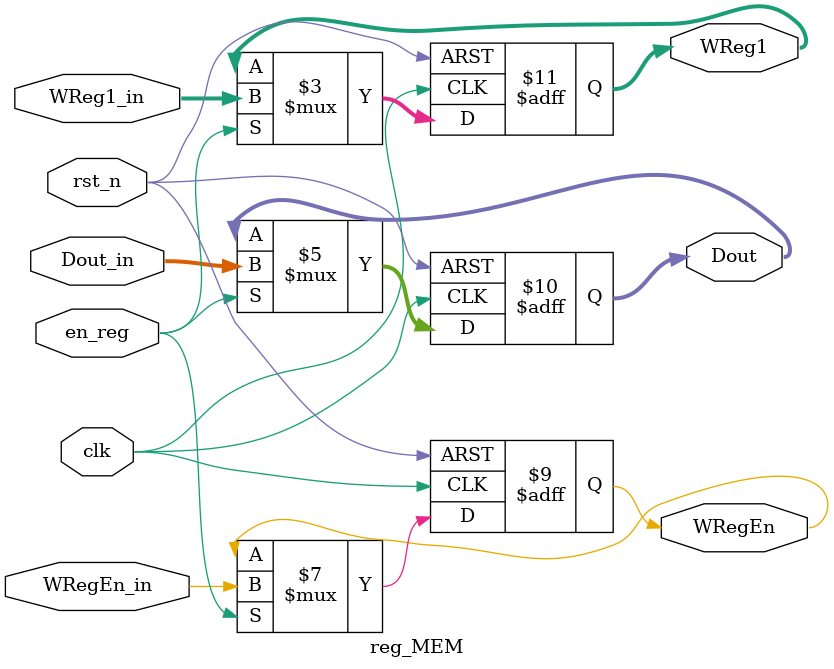
<source format=v>

module reg_MEM (
	input clk,
	input rst_n,
	input en_reg,
	
	input WRegEn_in, 		// 目前的opcode
	input [63:0] Dout_in,	// 从D-MEM取出的data
	input [3:0] WReg1_in,
	
	output reg WRegEn, 		// 当写回寄存器的时候，Write enable信号跟着回来（例如lw）	
	output reg [63:0] Dout,
	output reg [3:0] WReg1
);

always @(posedge clk or negedge rst_n) begin 
	if (!rst_n) begin
		WRegEn	<= 	4'b0;	
		Dout  	<= 	64'b0;
		WReg1   <= 	4'b0;
	end else if (en_reg) begin
		WRegEn	<= 	WRegEn_in;	
		Dout  	<= 	Dout_in;
		WReg1   <= 	WReg1_in;
	end
end

endmodule 

</source>
